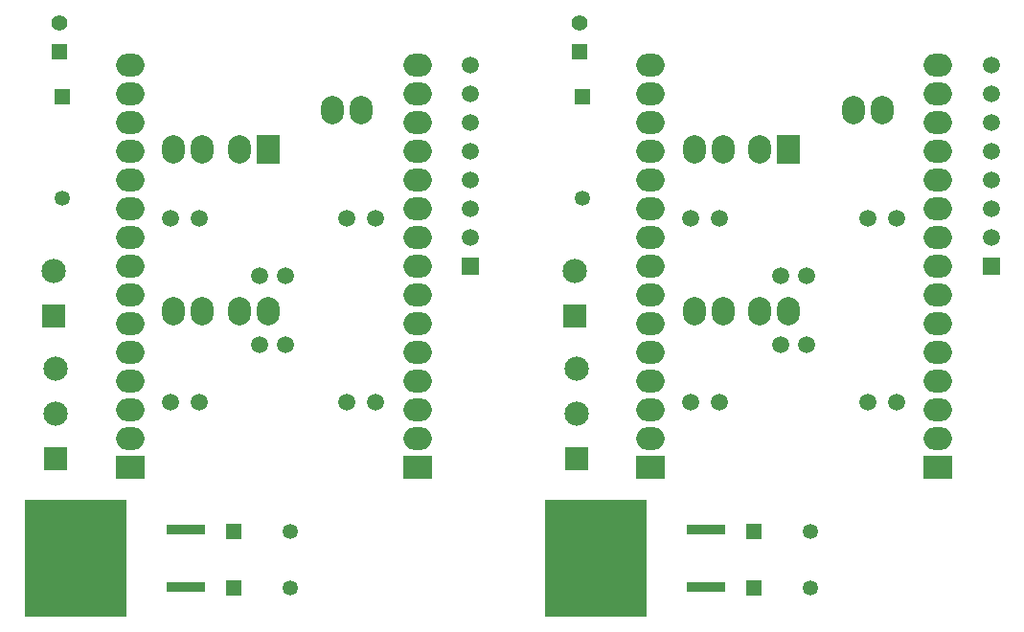
<source format=gbr>
G04*
G04 #@! TF.GenerationSoftware,Altium Limited,Altium Designer,25.4.2 (15)*
G04*
G04 Layer_Color=255*
%FSLAX44Y44*%
%MOMM*%
G71*
G04*
G04 #@! TF.SameCoordinates,9E434B86-177F-4C43-98DC-E9B8BA562479*
G04*
G04*
G04 #@! TF.FilePolarity,Positive*
G04*
G01*
G75*
%ADD10R,9.0000X10.3500*%
%ADD11R,3.5000X0.9500*%
%ADD13R,2.0000X2.5000*%
%ADD14O,2.0000X2.5000*%
%ADD15C,1.3500*%
%ADD16R,1.3500X1.3500*%
%ADD17R,2.5000X2.0000*%
%ADD18O,2.5000X2.0000*%
%ADD19C,1.5000*%
%ADD20R,1.5000X1.5000*%
%ADD21C,2.1500*%
%ADD22R,2.1500X2.1500*%
%ADD23C,1.4000*%
%ADD24R,1.4000X1.4000*%
%ADD25R,1.3500X1.3500*%
D10*
X1579968Y340476D02*
D03*
X2040028D02*
D03*
D11*
X1677468Y365876D02*
D03*
Y315076D02*
D03*
X2137528Y365876D02*
D03*
Y315076D02*
D03*
D13*
X1750468Y702226D02*
D03*
X2210528D02*
D03*
D14*
X1725068D02*
D03*
X1692418D02*
D03*
X1667018D02*
D03*
X1750468Y558826D02*
D03*
X1725068D02*
D03*
X1692418D02*
D03*
X1667018D02*
D03*
X1832818Y736626D02*
D03*
X1807418D02*
D03*
X2185128Y702226D02*
D03*
X2152478D02*
D03*
X2127078D02*
D03*
X2210528Y558826D02*
D03*
X2185128D02*
D03*
X2152478D02*
D03*
X2127078D02*
D03*
X2292878Y736626D02*
D03*
X2267478D02*
D03*
D15*
X1769718Y314726D02*
D03*
Y363976D02*
D03*
X1568218Y658976D02*
D03*
X2229778Y314726D02*
D03*
Y363976D02*
D03*
X2028278Y658976D02*
D03*
D16*
X1719718Y314726D02*
D03*
Y363976D02*
D03*
X2179778Y314726D02*
D03*
Y363976D02*
D03*
D17*
X1628468Y420926D02*
D03*
X1882468D02*
D03*
X2088528D02*
D03*
X2342528D02*
D03*
D18*
X1628468Y446326D02*
D03*
Y471726D02*
D03*
Y522526D02*
D03*
Y547926D02*
D03*
Y573326D02*
D03*
Y598726D02*
D03*
Y624126D02*
D03*
Y649526D02*
D03*
Y674926D02*
D03*
Y700326D02*
D03*
Y725726D02*
D03*
Y751126D02*
D03*
Y776526D02*
D03*
Y497126D02*
D03*
X1882468Y446326D02*
D03*
Y471726D02*
D03*
Y497126D02*
D03*
Y522526D02*
D03*
Y547926D02*
D03*
Y573326D02*
D03*
Y598726D02*
D03*
Y624126D02*
D03*
Y649526D02*
D03*
Y674926D02*
D03*
Y700326D02*
D03*
Y725726D02*
D03*
Y751126D02*
D03*
Y776526D02*
D03*
X2088528Y446326D02*
D03*
Y471726D02*
D03*
Y522526D02*
D03*
Y547926D02*
D03*
Y573326D02*
D03*
Y598726D02*
D03*
Y624126D02*
D03*
Y649526D02*
D03*
Y674926D02*
D03*
Y700326D02*
D03*
Y725726D02*
D03*
Y751126D02*
D03*
Y776526D02*
D03*
Y497126D02*
D03*
X2342528Y446326D02*
D03*
Y471726D02*
D03*
Y497126D02*
D03*
Y522526D02*
D03*
Y547926D02*
D03*
Y573326D02*
D03*
Y598726D02*
D03*
Y624126D02*
D03*
Y649526D02*
D03*
Y674926D02*
D03*
Y700326D02*
D03*
Y725726D02*
D03*
Y751126D02*
D03*
Y776526D02*
D03*
D19*
X1743218Y590776D02*
D03*
Y529226D02*
D03*
X1929468Y624126D02*
D03*
Y649526D02*
D03*
Y674926D02*
D03*
Y700326D02*
D03*
Y725726D02*
D03*
Y751126D02*
D03*
Y776526D02*
D03*
X1663718Y641286D02*
D03*
X1689118D02*
D03*
X1765968Y529226D02*
D03*
Y590776D02*
D03*
X1845468Y478726D02*
D03*
X1820068D02*
D03*
Y641286D02*
D03*
X1845468D02*
D03*
X1689118Y478726D02*
D03*
X1663718D02*
D03*
X2203278Y590776D02*
D03*
Y529226D02*
D03*
X2389528Y624126D02*
D03*
Y649526D02*
D03*
Y674926D02*
D03*
Y700326D02*
D03*
Y725726D02*
D03*
Y751126D02*
D03*
Y776526D02*
D03*
X2123778Y641286D02*
D03*
X2149178D02*
D03*
X2226028Y529226D02*
D03*
Y590776D02*
D03*
X2305528Y478726D02*
D03*
X2280128D02*
D03*
Y641286D02*
D03*
X2305528D02*
D03*
X2149178Y478726D02*
D03*
X2123778D02*
D03*
D20*
X1929468Y598726D02*
D03*
X2389528D02*
D03*
D21*
X1562718Y508076D02*
D03*
Y468476D02*
D03*
X1561218Y594726D02*
D03*
X2022778Y508076D02*
D03*
Y468476D02*
D03*
X2021278Y594726D02*
D03*
D22*
X1562718Y428876D02*
D03*
X1561218Y555126D02*
D03*
X2022778Y428876D02*
D03*
X2021278Y555126D02*
D03*
D23*
X1565718Y813927D02*
D03*
X2025778D02*
D03*
D24*
X1565718Y788526D02*
D03*
X2025778D02*
D03*
D25*
X1568218Y748976D02*
D03*
X2028278D02*
D03*
M02*

</source>
